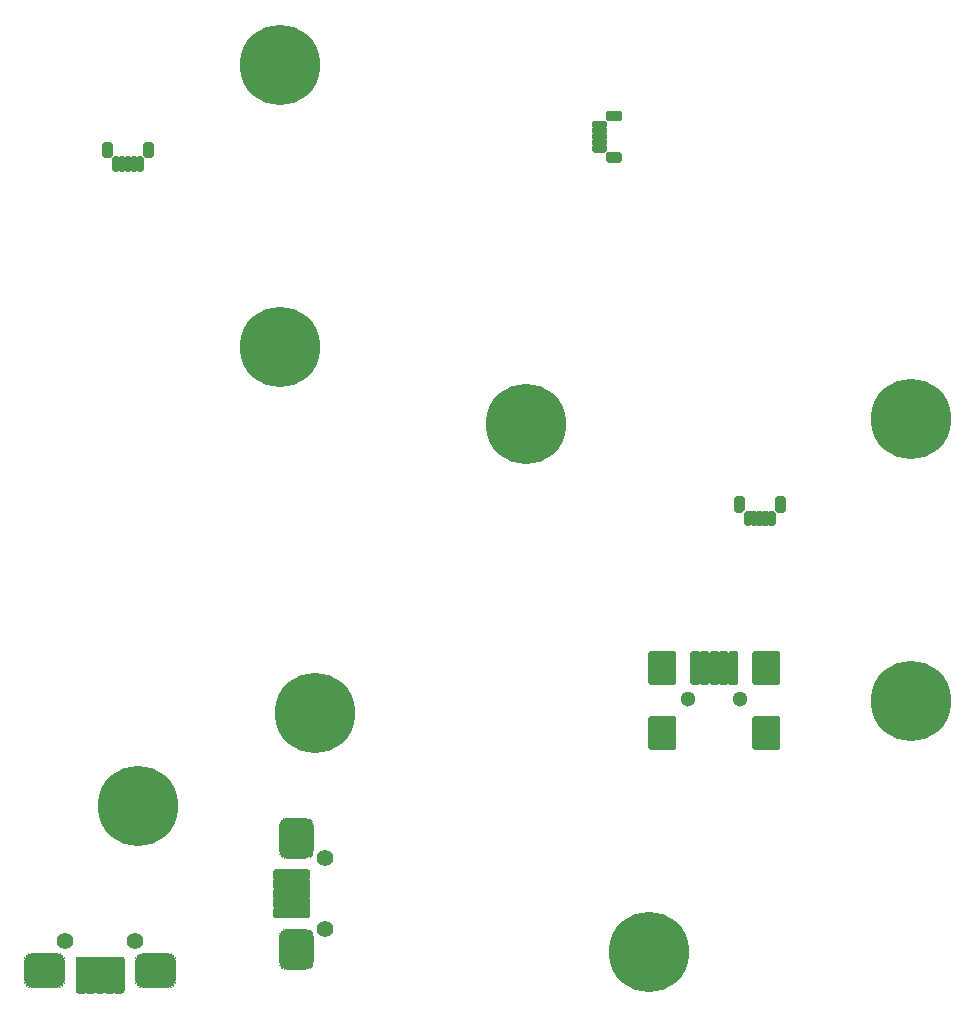
<source format=gbr>
%TF.GenerationSoftware,KiCad,Pcbnew,(5.1.10)-1*%
%TF.CreationDate,2021-10-19T18:18:53+02:00*%
%TF.ProjectId,hard_cam_usb_production,68617264-5f63-4616-9d5f-7573625f7072,rev?*%
%TF.SameCoordinates,Original*%
%TF.FileFunction,Soldermask,Top*%
%TF.FilePolarity,Negative*%
%FSLAX46Y46*%
G04 Gerber Fmt 4.6, Leading zero omitted, Abs format (unit mm)*
G04 Created by KiCad (PCBNEW (5.1.10)-1) date 2021-10-19 18:18:54*
%MOMM*%
%LPD*%
G01*
G04 APERTURE LIST*
%ADD10C,1.400000*%
%ADD11C,1.300000*%
%ADD12C,1.200000*%
%ADD13C,6.800000*%
%ADD14C,0.100000*%
G04 APERTURE END LIST*
%TO.C,J6*%
G36*
G01*
X167325000Y-226237500D02*
X167325000Y-223562500D01*
G75*
G02*
X167562500Y-223325000I237500J0D01*
G01*
X168037500Y-223325000D01*
G75*
G02*
X168275000Y-223562500I0J-237500D01*
G01*
X168275000Y-226237500D01*
G75*
G02*
X168037500Y-226475000I-237500J0D01*
G01*
X167562500Y-226475000D01*
G75*
G02*
X167325000Y-226237500I0J237500D01*
G01*
G37*
G36*
G01*
X168125000Y-226237500D02*
X168125000Y-223562500D01*
G75*
G02*
X168362500Y-223325000I237500J0D01*
G01*
X168837500Y-223325000D01*
G75*
G02*
X169075000Y-223562500I0J-237500D01*
G01*
X169075000Y-226237500D01*
G75*
G02*
X168837500Y-226475000I-237500J0D01*
G01*
X168362500Y-226475000D01*
G75*
G02*
X168125000Y-226237500I0J237500D01*
G01*
G37*
G36*
G01*
X168925000Y-226237500D02*
X168925000Y-223562500D01*
G75*
G02*
X169162500Y-223325000I237500J0D01*
G01*
X169637500Y-223325000D01*
G75*
G02*
X169875000Y-223562500I0J-237500D01*
G01*
X169875000Y-226237500D01*
G75*
G02*
X169637500Y-226475000I-237500J0D01*
G01*
X169162500Y-226475000D01*
G75*
G02*
X168925000Y-226237500I0J237500D01*
G01*
G37*
G36*
G01*
X169725000Y-226237500D02*
X169725000Y-223562500D01*
G75*
G02*
X169962500Y-223325000I237500J0D01*
G01*
X170437500Y-223325000D01*
G75*
G02*
X170675000Y-223562500I0J-237500D01*
G01*
X170675000Y-226237500D01*
G75*
G02*
X170437500Y-226475000I-237500J0D01*
G01*
X169962500Y-226475000D01*
G75*
G02*
X169725000Y-226237500I0J237500D01*
G01*
G37*
G36*
G01*
X170525000Y-226237500D02*
X170525000Y-223562500D01*
G75*
G02*
X170762500Y-223325000I237500J0D01*
G01*
X171237500Y-223325000D01*
G75*
G02*
X171475000Y-223562500I0J-237500D01*
G01*
X171475000Y-226237500D01*
G75*
G02*
X171237500Y-226475000I-237500J0D01*
G01*
X170762500Y-226475000D01*
G75*
G02*
X170525000Y-226237500I0J237500D01*
G01*
G37*
G36*
G01*
X172350000Y-225250000D02*
X172350000Y-223750000D01*
G75*
G02*
X173100000Y-223000000I750000J0D01*
G01*
X175100000Y-223000000D01*
G75*
G02*
X175850000Y-223750000I0J-750000D01*
G01*
X175850000Y-225250000D01*
G75*
G02*
X175100000Y-226000000I-750000J0D01*
G01*
X173100000Y-226000000D01*
G75*
G02*
X172350000Y-225250000I0J750000D01*
G01*
G37*
G36*
G01*
X162950000Y-225250000D02*
X162950000Y-223750000D01*
G75*
G02*
X163700000Y-223000000I750000J0D01*
G01*
X165700000Y-223000000D01*
G75*
G02*
X166450000Y-223750000I0J-750000D01*
G01*
X166450000Y-225250000D01*
G75*
G02*
X165700000Y-226000000I-750000J0D01*
G01*
X163700000Y-226000000D01*
G75*
G02*
X162950000Y-225250000I0J750000D01*
G01*
G37*
D10*
X172400000Y-222050000D03*
X166400000Y-222050000D03*
%TD*%
D11*
%TO.C,J2*%
X223600000Y-201500000D03*
X219200000Y-201500000D03*
G36*
G01*
X222550000Y-200150000D02*
X222550000Y-197650000D01*
G75*
G02*
X222750000Y-197450000I200000J0D01*
G01*
X223250000Y-197450000D01*
G75*
G02*
X223450000Y-197650000I0J-200000D01*
G01*
X223450000Y-200150000D01*
G75*
G02*
X223250000Y-200350000I-200000J0D01*
G01*
X222750000Y-200350000D01*
G75*
G02*
X222550000Y-200150000I0J200000D01*
G01*
G37*
G36*
G01*
X221750000Y-200150000D02*
X221750000Y-197650000D01*
G75*
G02*
X221950000Y-197450000I200000J0D01*
G01*
X222450000Y-197450000D01*
G75*
G02*
X222650000Y-197650000I0J-200000D01*
G01*
X222650000Y-200150000D01*
G75*
G02*
X222450000Y-200350000I-200000J0D01*
G01*
X221950000Y-200350000D01*
G75*
G02*
X221750000Y-200150000I0J200000D01*
G01*
G37*
G36*
G01*
X220950000Y-200150000D02*
X220950000Y-197650000D01*
G75*
G02*
X221150000Y-197450000I200000J0D01*
G01*
X221650000Y-197450000D01*
G75*
G02*
X221850000Y-197650000I0J-200000D01*
G01*
X221850000Y-200150000D01*
G75*
G02*
X221650000Y-200350000I-200000J0D01*
G01*
X221150000Y-200350000D01*
G75*
G02*
X220950000Y-200150000I0J200000D01*
G01*
G37*
G36*
G01*
X220150000Y-200150000D02*
X220150000Y-197650000D01*
G75*
G02*
X220350000Y-197450000I200000J0D01*
G01*
X220850000Y-197450000D01*
G75*
G02*
X221050000Y-197650000I0J-200000D01*
G01*
X221050000Y-200150000D01*
G75*
G02*
X220850000Y-200350000I-200000J0D01*
G01*
X220350000Y-200350000D01*
G75*
G02*
X220150000Y-200150000I0J200000D01*
G01*
G37*
G36*
G01*
X219350000Y-200150000D02*
X219350000Y-197650000D01*
G75*
G02*
X219550000Y-197450000I200000J0D01*
G01*
X220050000Y-197450000D01*
G75*
G02*
X220250000Y-197650000I0J-200000D01*
G01*
X220250000Y-200150000D01*
G75*
G02*
X220050000Y-200350000I-200000J0D01*
G01*
X219550000Y-200350000D01*
G75*
G02*
X219350000Y-200150000I0J200000D01*
G01*
G37*
G36*
G01*
X224600000Y-200150000D02*
X224600000Y-197650000D01*
G75*
G02*
X224800000Y-197450000I200000J0D01*
G01*
X226800000Y-197450000D01*
G75*
G02*
X227000000Y-197650000I0J-200000D01*
G01*
X227000000Y-200150000D01*
G75*
G02*
X226800000Y-200350000I-200000J0D01*
G01*
X224800000Y-200350000D01*
G75*
G02*
X224600000Y-200150000I0J200000D01*
G01*
G37*
G36*
G01*
X215800000Y-200150000D02*
X215800000Y-197650000D01*
G75*
G02*
X216000000Y-197450000I200000J0D01*
G01*
X218000000Y-197450000D01*
G75*
G02*
X218200000Y-197650000I0J-200000D01*
G01*
X218200000Y-200150000D01*
G75*
G02*
X218000000Y-200350000I-200000J0D01*
G01*
X216000000Y-200350000D01*
G75*
G02*
X215800000Y-200150000I0J200000D01*
G01*
G37*
G36*
G01*
X224600000Y-205650000D02*
X224600000Y-203150000D01*
G75*
G02*
X224800000Y-202950000I200000J0D01*
G01*
X226800000Y-202950000D01*
G75*
G02*
X227000000Y-203150000I0J-200000D01*
G01*
X227000000Y-205650000D01*
G75*
G02*
X226800000Y-205850000I-200000J0D01*
G01*
X224800000Y-205850000D01*
G75*
G02*
X224600000Y-205650000I0J200000D01*
G01*
G37*
G36*
G01*
X215800000Y-205650000D02*
X215800000Y-203150000D01*
G75*
G02*
X216000000Y-202950000I200000J0D01*
G01*
X218000000Y-202950000D01*
G75*
G02*
X218200000Y-203150000I0J-200000D01*
G01*
X218200000Y-205650000D01*
G75*
G02*
X218000000Y-205850000I-200000J0D01*
G01*
X216000000Y-205850000D01*
G75*
G02*
X215800000Y-205650000I0J200000D01*
G01*
G37*
%TD*%
%TO.C,J1*%
G36*
G01*
X223986500Y-184533500D02*
X223986500Y-185533500D01*
G75*
G02*
X223786500Y-185733500I-200000J0D01*
G01*
X223266500Y-185733500D01*
G75*
G02*
X223066500Y-185533500I0J200000D01*
G01*
X223066500Y-184533500D01*
G75*
G02*
X223266500Y-184333500I200000J0D01*
G01*
X223786500Y-184333500D01*
G75*
G02*
X223986500Y-184533500I0J-200000D01*
G01*
G37*
G36*
G01*
X227466500Y-184533500D02*
X227466500Y-185533500D01*
G75*
G02*
X227266500Y-185733500I-200000J0D01*
G01*
X226746500Y-185733500D01*
G75*
G02*
X226546500Y-185533500I0J200000D01*
G01*
X226546500Y-184533500D01*
G75*
G02*
X226746500Y-184333500I200000J0D01*
G01*
X227266500Y-184333500D01*
G75*
G02*
X227466500Y-184533500I0J-200000D01*
G01*
G37*
G36*
G01*
X224616500Y-185783500D02*
X224616500Y-186683500D01*
G75*
G02*
X224416500Y-186883500I-200000J0D01*
G01*
X224116500Y-186883500D01*
G75*
G02*
X223916500Y-186683500I0J200000D01*
G01*
X223916500Y-185783500D01*
G75*
G02*
X224116500Y-185583500I200000J0D01*
G01*
X224416500Y-185583500D01*
G75*
G02*
X224616500Y-185783500I0J-200000D01*
G01*
G37*
G36*
G01*
X225116500Y-185783500D02*
X225116500Y-186683500D01*
G75*
G02*
X224916500Y-186883500I-200000J0D01*
G01*
X224616500Y-186883500D01*
G75*
G02*
X224416500Y-186683500I0J200000D01*
G01*
X224416500Y-185783500D01*
G75*
G02*
X224616500Y-185583500I200000J0D01*
G01*
X224916500Y-185583500D01*
G75*
G02*
X225116500Y-185783500I0J-200000D01*
G01*
G37*
G36*
G01*
X225616500Y-185783500D02*
X225616500Y-186683500D01*
G75*
G02*
X225416500Y-186883500I-200000J0D01*
G01*
X225116500Y-186883500D01*
G75*
G02*
X224916500Y-186683500I0J200000D01*
G01*
X224916500Y-185783500D01*
G75*
G02*
X225116500Y-185583500I200000J0D01*
G01*
X225416500Y-185583500D01*
G75*
G02*
X225616500Y-185783500I0J-200000D01*
G01*
G37*
G36*
G01*
X226116500Y-185783500D02*
X226116500Y-186683500D01*
G75*
G02*
X225916500Y-186883500I-200000J0D01*
G01*
X225616500Y-186883500D01*
G75*
G02*
X225416500Y-186683500I0J200000D01*
G01*
X225416500Y-185783500D01*
G75*
G02*
X225616500Y-185583500I200000J0D01*
G01*
X225916500Y-185583500D01*
G75*
G02*
X226116500Y-185783500I0J-200000D01*
G01*
G37*
G36*
G01*
X226616500Y-185783500D02*
X226616500Y-186683500D01*
G75*
G02*
X226416500Y-186883500I-200000J0D01*
G01*
X226116500Y-186883500D01*
G75*
G02*
X225916500Y-186683500I0J200000D01*
G01*
X225916500Y-185783500D01*
G75*
G02*
X226116500Y-185583500I200000J0D01*
G01*
X226416500Y-185583500D01*
G75*
G02*
X226616500Y-185783500I0J-200000D01*
G01*
G37*
%TD*%
D12*
%TO.C,H1*%
X239797056Y-176102944D03*
X238100000Y-175400000D03*
X236402944Y-176102944D03*
X235700000Y-177800000D03*
X236402944Y-179497056D03*
X238100000Y-180200000D03*
X239797056Y-179497056D03*
X240500000Y-177800000D03*
D13*
X238100000Y-177800000D03*
%TD*%
%TO.C,H2*%
X238100000Y-201700000D03*
D12*
X240500000Y-201700000D03*
X239797056Y-203397056D03*
X238100000Y-204100000D03*
X236402944Y-203397056D03*
X235700000Y-201700000D03*
X236402944Y-200002944D03*
X238100000Y-199300000D03*
X239797056Y-200002944D03*
%TD*%
%TO.C,J4*%
G36*
G01*
X184280500Y-215931000D02*
X186955500Y-215931000D01*
G75*
G02*
X187193000Y-216168500I0J-237500D01*
G01*
X187193000Y-216643500D01*
G75*
G02*
X186955500Y-216881000I-237500J0D01*
G01*
X184280500Y-216881000D01*
G75*
G02*
X184043000Y-216643500I0J237500D01*
G01*
X184043000Y-216168500D01*
G75*
G02*
X184280500Y-215931000I237500J0D01*
G01*
G37*
G36*
G01*
X184280500Y-216731000D02*
X186955500Y-216731000D01*
G75*
G02*
X187193000Y-216968500I0J-237500D01*
G01*
X187193000Y-217443500D01*
G75*
G02*
X186955500Y-217681000I-237500J0D01*
G01*
X184280500Y-217681000D01*
G75*
G02*
X184043000Y-217443500I0J237500D01*
G01*
X184043000Y-216968500D01*
G75*
G02*
X184280500Y-216731000I237500J0D01*
G01*
G37*
G36*
G01*
X184280500Y-217531000D02*
X186955500Y-217531000D01*
G75*
G02*
X187193000Y-217768500I0J-237500D01*
G01*
X187193000Y-218243500D01*
G75*
G02*
X186955500Y-218481000I-237500J0D01*
G01*
X184280500Y-218481000D01*
G75*
G02*
X184043000Y-218243500I0J237500D01*
G01*
X184043000Y-217768500D01*
G75*
G02*
X184280500Y-217531000I237500J0D01*
G01*
G37*
G36*
G01*
X184280500Y-218331000D02*
X186955500Y-218331000D01*
G75*
G02*
X187193000Y-218568500I0J-237500D01*
G01*
X187193000Y-219043500D01*
G75*
G02*
X186955500Y-219281000I-237500J0D01*
G01*
X184280500Y-219281000D01*
G75*
G02*
X184043000Y-219043500I0J237500D01*
G01*
X184043000Y-218568500D01*
G75*
G02*
X184280500Y-218331000I237500J0D01*
G01*
G37*
G36*
G01*
X184280500Y-219131000D02*
X186955500Y-219131000D01*
G75*
G02*
X187193000Y-219368500I0J-237500D01*
G01*
X187193000Y-219843500D01*
G75*
G02*
X186955500Y-220081000I-237500J0D01*
G01*
X184280500Y-220081000D01*
G75*
G02*
X184043000Y-219843500I0J237500D01*
G01*
X184043000Y-219368500D01*
G75*
G02*
X184280500Y-219131000I237500J0D01*
G01*
G37*
G36*
G01*
X185268000Y-220956000D02*
X186768000Y-220956000D01*
G75*
G02*
X187518000Y-221706000I0J-750000D01*
G01*
X187518000Y-223706000D01*
G75*
G02*
X186768000Y-224456000I-750000J0D01*
G01*
X185268000Y-224456000D01*
G75*
G02*
X184518000Y-223706000I0J750000D01*
G01*
X184518000Y-221706000D01*
G75*
G02*
X185268000Y-220956000I750000J0D01*
G01*
G37*
G36*
G01*
X185268000Y-211556000D02*
X186768000Y-211556000D01*
G75*
G02*
X187518000Y-212306000I0J-750000D01*
G01*
X187518000Y-214306000D01*
G75*
G02*
X186768000Y-215056000I-750000J0D01*
G01*
X185268000Y-215056000D01*
G75*
G02*
X184518000Y-214306000I0J750000D01*
G01*
X184518000Y-212306000D01*
G75*
G02*
X185268000Y-211556000I750000J0D01*
G01*
G37*
D10*
X188468000Y-221006000D03*
X188468000Y-215006000D03*
%TD*%
D12*
%TO.C,H5*%
X207197056Y-179897056D03*
X207900000Y-178200000D03*
X207197056Y-176502944D03*
X205500000Y-175800000D03*
X203802944Y-176502944D03*
X203100000Y-178200000D03*
X203802944Y-179897056D03*
X205500000Y-180600000D03*
D13*
X205500000Y-178200000D03*
%TD*%
%TO.C,J3*%
G36*
G01*
X212150000Y-155250000D02*
X211250000Y-155250000D01*
G75*
G02*
X211050000Y-155050000I0J200000D01*
G01*
X211050000Y-154750000D01*
G75*
G02*
X211250000Y-154550000I200000J0D01*
G01*
X212150000Y-154550000D01*
G75*
G02*
X212350000Y-154750000I0J-200000D01*
G01*
X212350000Y-155050000D01*
G75*
G02*
X212150000Y-155250000I-200000J0D01*
G01*
G37*
G36*
G01*
X212150000Y-154750000D02*
X211250000Y-154750000D01*
G75*
G02*
X211050000Y-154550000I0J200000D01*
G01*
X211050000Y-154250000D01*
G75*
G02*
X211250000Y-154050000I200000J0D01*
G01*
X212150000Y-154050000D01*
G75*
G02*
X212350000Y-154250000I0J-200000D01*
G01*
X212350000Y-154550000D01*
G75*
G02*
X212150000Y-154750000I-200000J0D01*
G01*
G37*
G36*
G01*
X212150000Y-154250000D02*
X211250000Y-154250000D01*
G75*
G02*
X211050000Y-154050000I0J200000D01*
G01*
X211050000Y-153750000D01*
G75*
G02*
X211250000Y-153550000I200000J0D01*
G01*
X212150000Y-153550000D01*
G75*
G02*
X212350000Y-153750000I0J-200000D01*
G01*
X212350000Y-154050000D01*
G75*
G02*
X212150000Y-154250000I-200000J0D01*
G01*
G37*
G36*
G01*
X212150000Y-153750000D02*
X211250000Y-153750000D01*
G75*
G02*
X211050000Y-153550000I0J200000D01*
G01*
X211050000Y-153250000D01*
G75*
G02*
X211250000Y-153050000I200000J0D01*
G01*
X212150000Y-153050000D01*
G75*
G02*
X212350000Y-153250000I0J-200000D01*
G01*
X212350000Y-153550000D01*
G75*
G02*
X212150000Y-153750000I-200000J0D01*
G01*
G37*
G36*
G01*
X212150000Y-153250000D02*
X211250000Y-153250000D01*
G75*
G02*
X211050000Y-153050000I0J200000D01*
G01*
X211050000Y-152750000D01*
G75*
G02*
X211250000Y-152550000I200000J0D01*
G01*
X212150000Y-152550000D01*
G75*
G02*
X212350000Y-152750000I0J-200000D01*
G01*
X212350000Y-153050000D01*
G75*
G02*
X212150000Y-153250000I-200000J0D01*
G01*
G37*
G36*
G01*
X213400000Y-156100000D02*
X212400000Y-156100000D01*
G75*
G02*
X212200000Y-155900000I0J200000D01*
G01*
X212200000Y-155380000D01*
G75*
G02*
X212400000Y-155180000I200000J0D01*
G01*
X213400000Y-155180000D01*
G75*
G02*
X213600000Y-155380000I0J-200000D01*
G01*
X213600000Y-155900000D01*
G75*
G02*
X213400000Y-156100000I-200000J0D01*
G01*
G37*
G36*
G01*
X213400000Y-152620000D02*
X212400000Y-152620000D01*
G75*
G02*
X212200000Y-152420000I0J200000D01*
G01*
X212200000Y-151900000D01*
G75*
G02*
X212400000Y-151700000I200000J0D01*
G01*
X213400000Y-151700000D01*
G75*
G02*
X213600000Y-151900000I0J-200000D01*
G01*
X213600000Y-152420000D01*
G75*
G02*
X213400000Y-152620000I-200000J0D01*
G01*
G37*
%TD*%
D12*
%TO.C,H6*%
X217597056Y-224597056D03*
X218300000Y-222900000D03*
X217597056Y-221202944D03*
X215900000Y-220500000D03*
X214202944Y-221202944D03*
X213500000Y-222900000D03*
X214202944Y-224597056D03*
X215900000Y-225300000D03*
D13*
X215900000Y-222900000D03*
%TD*%
%TO.C,H8*%
X187600000Y-202700000D03*
D12*
X187600000Y-205100000D03*
X185902944Y-204397056D03*
X185200000Y-202700000D03*
X185902944Y-201002944D03*
X187600000Y-200300000D03*
X189297056Y-201002944D03*
X190000000Y-202700000D03*
X189297056Y-204397056D03*
%TD*%
D13*
%TO.C,H4*%
X184600000Y-171700000D03*
D12*
X187000000Y-171700000D03*
X186297056Y-173397056D03*
X184600000Y-174100000D03*
X182902944Y-173397056D03*
X182200000Y-171700000D03*
X182902944Y-170002944D03*
X184600000Y-169300000D03*
X186297056Y-170002944D03*
%TD*%
%TO.C,J5*%
G36*
G01*
X170486500Y-154533500D02*
X170486500Y-155533500D01*
G75*
G02*
X170286500Y-155733500I-200000J0D01*
G01*
X169766500Y-155733500D01*
G75*
G02*
X169566500Y-155533500I0J200000D01*
G01*
X169566500Y-154533500D01*
G75*
G02*
X169766500Y-154333500I200000J0D01*
G01*
X170286500Y-154333500D01*
G75*
G02*
X170486500Y-154533500I0J-200000D01*
G01*
G37*
G36*
G01*
X173966500Y-154533500D02*
X173966500Y-155533500D01*
G75*
G02*
X173766500Y-155733500I-200000J0D01*
G01*
X173246500Y-155733500D01*
G75*
G02*
X173046500Y-155533500I0J200000D01*
G01*
X173046500Y-154533500D01*
G75*
G02*
X173246500Y-154333500I200000J0D01*
G01*
X173766500Y-154333500D01*
G75*
G02*
X173966500Y-154533500I0J-200000D01*
G01*
G37*
G36*
G01*
X171116500Y-155783500D02*
X171116500Y-156683500D01*
G75*
G02*
X170916500Y-156883500I-200000J0D01*
G01*
X170616500Y-156883500D01*
G75*
G02*
X170416500Y-156683500I0J200000D01*
G01*
X170416500Y-155783500D01*
G75*
G02*
X170616500Y-155583500I200000J0D01*
G01*
X170916500Y-155583500D01*
G75*
G02*
X171116500Y-155783500I0J-200000D01*
G01*
G37*
G36*
G01*
X171616500Y-155783500D02*
X171616500Y-156683500D01*
G75*
G02*
X171416500Y-156883500I-200000J0D01*
G01*
X171116500Y-156883500D01*
G75*
G02*
X170916500Y-156683500I0J200000D01*
G01*
X170916500Y-155783500D01*
G75*
G02*
X171116500Y-155583500I200000J0D01*
G01*
X171416500Y-155583500D01*
G75*
G02*
X171616500Y-155783500I0J-200000D01*
G01*
G37*
G36*
G01*
X172116500Y-155783500D02*
X172116500Y-156683500D01*
G75*
G02*
X171916500Y-156883500I-200000J0D01*
G01*
X171616500Y-156883500D01*
G75*
G02*
X171416500Y-156683500I0J200000D01*
G01*
X171416500Y-155783500D01*
G75*
G02*
X171616500Y-155583500I200000J0D01*
G01*
X171916500Y-155583500D01*
G75*
G02*
X172116500Y-155783500I0J-200000D01*
G01*
G37*
G36*
G01*
X172616500Y-155783500D02*
X172616500Y-156683500D01*
G75*
G02*
X172416500Y-156883500I-200000J0D01*
G01*
X172116500Y-156883500D01*
G75*
G02*
X171916500Y-156683500I0J200000D01*
G01*
X171916500Y-155783500D01*
G75*
G02*
X172116500Y-155583500I200000J0D01*
G01*
X172416500Y-155583500D01*
G75*
G02*
X172616500Y-155783500I0J-200000D01*
G01*
G37*
G36*
G01*
X173116500Y-155783500D02*
X173116500Y-156683500D01*
G75*
G02*
X172916500Y-156883500I-200000J0D01*
G01*
X172616500Y-156883500D01*
G75*
G02*
X172416500Y-156683500I0J200000D01*
G01*
X172416500Y-155783500D01*
G75*
G02*
X172616500Y-155583500I200000J0D01*
G01*
X172916500Y-155583500D01*
G75*
G02*
X173116500Y-155783500I0J-200000D01*
G01*
G37*
%TD*%
D13*
%TO.C,H3*%
X184600000Y-147800000D03*
D12*
X187000000Y-147800000D03*
X186297056Y-149497056D03*
X184600000Y-150200000D03*
X182902944Y-149497056D03*
X182200000Y-147800000D03*
X182902944Y-146102944D03*
X184600000Y-145400000D03*
X186297056Y-146102944D03*
%TD*%
D13*
%TO.C,H7*%
X172600000Y-210600000D03*
D12*
X175000000Y-210600000D03*
X174297056Y-212297056D03*
X172600000Y-213000000D03*
X170902944Y-212297056D03*
X170200000Y-210600000D03*
X170902944Y-208902944D03*
X172600000Y-208200000D03*
X174297056Y-208902944D03*
%TD*%
D14*
G36*
X175851165Y-225248374D02*
G01*
X175852000Y-225250000D01*
X175852000Y-225295092D01*
X175851990Y-225295288D01*
X175838065Y-225436663D01*
X175837989Y-225437048D01*
X175798183Y-225568275D01*
X175798033Y-225568637D01*
X175733391Y-225689573D01*
X175733173Y-225689899D01*
X175646179Y-225795902D01*
X175645902Y-225796179D01*
X175539899Y-225883173D01*
X175539573Y-225883391D01*
X175418637Y-225948033D01*
X175418275Y-225948183D01*
X175287048Y-225987989D01*
X175286663Y-225988065D01*
X175145288Y-226001990D01*
X175145092Y-226002000D01*
X175100000Y-226002000D01*
X175098268Y-226001000D01*
X175098268Y-225999000D01*
X175099804Y-225998010D01*
X175245923Y-225983619D01*
X175386244Y-225941053D01*
X175515562Y-225871931D01*
X175628909Y-225778909D01*
X175721931Y-225665562D01*
X175791053Y-225536244D01*
X175833619Y-225395923D01*
X175848010Y-225249804D01*
X175849175Y-225248178D01*
X175851165Y-225248374D01*
G37*
G36*
X166451165Y-225248374D02*
G01*
X166452000Y-225250000D01*
X166452000Y-225295092D01*
X166451990Y-225295288D01*
X166438065Y-225436663D01*
X166437989Y-225437048D01*
X166398183Y-225568275D01*
X166398033Y-225568637D01*
X166333391Y-225689573D01*
X166333173Y-225689899D01*
X166246179Y-225795902D01*
X166245902Y-225796179D01*
X166139899Y-225883173D01*
X166139573Y-225883391D01*
X166018637Y-225948033D01*
X166018275Y-225948183D01*
X165887048Y-225987989D01*
X165886663Y-225988065D01*
X165745288Y-226001990D01*
X165745092Y-226002000D01*
X165700000Y-226002000D01*
X165698268Y-226001000D01*
X165698268Y-225999000D01*
X165699804Y-225998010D01*
X165845923Y-225983619D01*
X165986244Y-225941053D01*
X166115562Y-225871931D01*
X166228909Y-225778909D01*
X166321931Y-225665562D01*
X166391053Y-225536244D01*
X166433619Y-225395923D01*
X166448010Y-225249804D01*
X166449175Y-225248178D01*
X166451165Y-225248374D01*
G37*
G36*
X162951990Y-225249804D02*
G01*
X162966381Y-225395923D01*
X163008947Y-225536244D01*
X163078069Y-225665562D01*
X163171091Y-225778909D01*
X163284438Y-225871931D01*
X163413756Y-225941053D01*
X163554077Y-225983619D01*
X163700196Y-225998010D01*
X163701822Y-225999175D01*
X163701626Y-226001165D01*
X163700000Y-226002000D01*
X163654908Y-226002000D01*
X163654712Y-226001990D01*
X163513337Y-225988065D01*
X163512952Y-225987989D01*
X163381725Y-225948183D01*
X163381363Y-225948033D01*
X163260427Y-225883391D01*
X163260101Y-225883173D01*
X163154098Y-225796179D01*
X163153821Y-225795902D01*
X163066827Y-225689899D01*
X163066609Y-225689573D01*
X163001967Y-225568637D01*
X163001817Y-225568275D01*
X162962011Y-225437048D01*
X162961935Y-225436663D01*
X162948010Y-225295288D01*
X162948000Y-225295092D01*
X162948000Y-225250000D01*
X162949000Y-225248268D01*
X162951000Y-225248268D01*
X162951990Y-225249804D01*
G37*
G36*
X172351990Y-225249804D02*
G01*
X172366381Y-225395923D01*
X172408947Y-225536244D01*
X172478069Y-225665562D01*
X172571091Y-225778909D01*
X172684438Y-225871931D01*
X172813756Y-225941053D01*
X172954077Y-225983619D01*
X173100196Y-225998010D01*
X173101822Y-225999175D01*
X173101626Y-226001165D01*
X173100000Y-226002000D01*
X173054908Y-226002000D01*
X173054712Y-226001990D01*
X172913337Y-225988065D01*
X172912952Y-225987989D01*
X172781725Y-225948183D01*
X172781363Y-225948033D01*
X172660427Y-225883391D01*
X172660101Y-225883173D01*
X172554098Y-225796179D01*
X172553821Y-225795902D01*
X172466827Y-225689899D01*
X172466609Y-225689573D01*
X172401967Y-225568637D01*
X172401817Y-225568275D01*
X172362011Y-225437048D01*
X172361935Y-225436663D01*
X172348010Y-225295288D01*
X172348000Y-225295092D01*
X172348000Y-225250000D01*
X172349000Y-225248268D01*
X172351000Y-225248268D01*
X172351990Y-225249804D01*
G37*
G36*
X187519165Y-223704374D02*
G01*
X187520000Y-223706000D01*
X187520000Y-223751092D01*
X187519990Y-223751288D01*
X187506065Y-223892663D01*
X187505989Y-223893048D01*
X187466183Y-224024275D01*
X187466033Y-224024637D01*
X187401391Y-224145573D01*
X187401173Y-224145899D01*
X187314179Y-224251902D01*
X187313902Y-224252179D01*
X187207899Y-224339173D01*
X187207573Y-224339391D01*
X187086637Y-224404033D01*
X187086275Y-224404183D01*
X186955048Y-224443989D01*
X186954663Y-224444065D01*
X186813288Y-224457990D01*
X186813092Y-224458000D01*
X186768000Y-224458000D01*
X186766268Y-224457000D01*
X186766268Y-224455000D01*
X186767804Y-224454010D01*
X186913923Y-224439619D01*
X187054244Y-224397053D01*
X187183562Y-224327931D01*
X187296909Y-224234909D01*
X187389931Y-224121562D01*
X187459053Y-223992244D01*
X187501619Y-223851923D01*
X187516010Y-223705804D01*
X187517175Y-223704178D01*
X187519165Y-223704374D01*
G37*
G36*
X184519990Y-223705804D02*
G01*
X184534381Y-223851923D01*
X184576947Y-223992244D01*
X184646069Y-224121562D01*
X184739091Y-224234909D01*
X184852438Y-224327931D01*
X184981756Y-224397053D01*
X185122077Y-224439619D01*
X185268196Y-224454010D01*
X185269822Y-224455175D01*
X185269626Y-224457165D01*
X185268000Y-224458000D01*
X185222908Y-224458000D01*
X185222712Y-224457990D01*
X185081337Y-224444065D01*
X185080952Y-224443989D01*
X184949725Y-224404183D01*
X184949363Y-224404033D01*
X184828427Y-224339391D01*
X184828101Y-224339173D01*
X184722098Y-224252179D01*
X184721821Y-224251902D01*
X184634827Y-224145899D01*
X184634609Y-224145573D01*
X184569967Y-224024637D01*
X184569817Y-224024275D01*
X184530011Y-223893048D01*
X184529935Y-223892663D01*
X184516010Y-223751288D01*
X184516000Y-223751092D01*
X184516000Y-223706000D01*
X184517000Y-223704268D01*
X184519000Y-223704268D01*
X184519990Y-223705804D01*
G37*
G36*
X173101732Y-222999000D02*
G01*
X173101732Y-223001000D01*
X173100196Y-223001990D01*
X172954077Y-223016381D01*
X172813756Y-223058947D01*
X172684438Y-223128069D01*
X172571091Y-223221091D01*
X172478069Y-223334438D01*
X172408947Y-223463756D01*
X172366381Y-223604077D01*
X172351990Y-223750196D01*
X172350825Y-223751822D01*
X172348835Y-223751626D01*
X172348000Y-223750000D01*
X172348000Y-223704908D01*
X172348010Y-223704712D01*
X172361935Y-223563337D01*
X172362011Y-223562952D01*
X172401817Y-223431725D01*
X172401967Y-223431363D01*
X172466609Y-223310427D01*
X172466827Y-223310101D01*
X172553821Y-223204098D01*
X172554098Y-223203821D01*
X172660101Y-223116827D01*
X172660427Y-223116609D01*
X172781363Y-223051967D01*
X172781725Y-223051817D01*
X172912952Y-223012011D01*
X172913337Y-223011935D01*
X173054712Y-222998010D01*
X173054908Y-222998000D01*
X173100000Y-222998000D01*
X173101732Y-222999000D01*
G37*
G36*
X163701732Y-222999000D02*
G01*
X163701732Y-223001000D01*
X163700196Y-223001990D01*
X163554077Y-223016381D01*
X163413756Y-223058947D01*
X163284438Y-223128069D01*
X163171091Y-223221091D01*
X163078069Y-223334438D01*
X163008947Y-223463756D01*
X162966381Y-223604077D01*
X162951990Y-223750196D01*
X162950825Y-223751822D01*
X162948835Y-223751626D01*
X162948000Y-223750000D01*
X162948000Y-223704908D01*
X162948010Y-223704712D01*
X162961935Y-223563337D01*
X162962011Y-223562952D01*
X163001817Y-223431725D01*
X163001967Y-223431363D01*
X163066609Y-223310427D01*
X163066827Y-223310101D01*
X163153821Y-223204098D01*
X163154098Y-223203821D01*
X163260101Y-223116827D01*
X163260427Y-223116609D01*
X163381363Y-223051967D01*
X163381725Y-223051817D01*
X163512952Y-223012011D01*
X163513337Y-223011935D01*
X163654712Y-222998010D01*
X163654908Y-222998000D01*
X163700000Y-222998000D01*
X163701732Y-222999000D01*
G37*
G36*
X175145288Y-222998010D02*
G01*
X175286663Y-223011935D01*
X175287048Y-223012011D01*
X175418275Y-223051817D01*
X175418637Y-223051967D01*
X175539573Y-223116609D01*
X175539899Y-223116827D01*
X175645902Y-223203821D01*
X175646179Y-223204098D01*
X175733173Y-223310101D01*
X175733391Y-223310427D01*
X175798033Y-223431363D01*
X175798183Y-223431725D01*
X175837989Y-223562952D01*
X175838065Y-223563337D01*
X175851990Y-223704712D01*
X175852000Y-223704908D01*
X175852000Y-223750000D01*
X175851000Y-223751732D01*
X175849000Y-223751732D01*
X175848010Y-223750196D01*
X175833619Y-223604077D01*
X175791053Y-223463756D01*
X175721931Y-223334438D01*
X175628909Y-223221091D01*
X175515562Y-223128069D01*
X175386244Y-223058947D01*
X175245923Y-223016381D01*
X175099804Y-223001990D01*
X175098178Y-223000825D01*
X175098374Y-222998835D01*
X175100000Y-222998000D01*
X175145092Y-222998000D01*
X175145288Y-222998010D01*
G37*
G36*
X165745288Y-222998010D02*
G01*
X165886663Y-223011935D01*
X165887048Y-223012011D01*
X166018275Y-223051817D01*
X166018637Y-223051967D01*
X166139573Y-223116609D01*
X166139899Y-223116827D01*
X166245902Y-223203821D01*
X166246179Y-223204098D01*
X166333173Y-223310101D01*
X166333391Y-223310427D01*
X166398033Y-223431363D01*
X166398183Y-223431725D01*
X166437989Y-223562952D01*
X166438065Y-223563337D01*
X166451990Y-223704712D01*
X166452000Y-223704908D01*
X166452000Y-223750000D01*
X166451000Y-223751732D01*
X166449000Y-223751732D01*
X166448010Y-223750196D01*
X166433619Y-223604077D01*
X166391053Y-223463756D01*
X166321931Y-223334438D01*
X166228909Y-223221091D01*
X166115562Y-223128069D01*
X165986244Y-223058947D01*
X165845923Y-223016381D01*
X165699804Y-223001990D01*
X165698178Y-223000825D01*
X165698374Y-222998835D01*
X165700000Y-222998000D01*
X165745092Y-222998000D01*
X165745288Y-222998010D01*
G37*
G36*
X185269732Y-220955000D02*
G01*
X185269732Y-220957000D01*
X185268196Y-220957990D01*
X185122077Y-220972381D01*
X184981756Y-221014947D01*
X184852438Y-221084069D01*
X184739091Y-221177091D01*
X184646069Y-221290438D01*
X184576947Y-221419756D01*
X184534381Y-221560077D01*
X184519990Y-221706196D01*
X184518825Y-221707822D01*
X184516835Y-221707626D01*
X184516000Y-221706000D01*
X184516000Y-221660908D01*
X184516010Y-221660712D01*
X184529935Y-221519337D01*
X184530011Y-221518952D01*
X184569817Y-221387725D01*
X184569967Y-221387363D01*
X184634609Y-221266427D01*
X184634827Y-221266101D01*
X184721821Y-221160098D01*
X184722098Y-221159821D01*
X184828101Y-221072827D01*
X184828427Y-221072609D01*
X184949363Y-221007967D01*
X184949725Y-221007817D01*
X185080952Y-220968011D01*
X185081337Y-220967935D01*
X185222712Y-220954010D01*
X185222908Y-220954000D01*
X185268000Y-220954000D01*
X185269732Y-220955000D01*
G37*
G36*
X186813288Y-220954010D02*
G01*
X186954663Y-220967935D01*
X186955048Y-220968011D01*
X187086275Y-221007817D01*
X187086637Y-221007967D01*
X187207573Y-221072609D01*
X187207899Y-221072827D01*
X187313902Y-221159821D01*
X187314179Y-221160098D01*
X187401173Y-221266101D01*
X187401391Y-221266427D01*
X187466033Y-221387363D01*
X187466183Y-221387725D01*
X187505989Y-221518952D01*
X187506065Y-221519337D01*
X187519990Y-221660712D01*
X187520000Y-221660908D01*
X187520000Y-221706000D01*
X187519000Y-221707732D01*
X187517000Y-221707732D01*
X187516010Y-221706196D01*
X187501619Y-221560077D01*
X187459053Y-221419756D01*
X187389931Y-221290438D01*
X187296909Y-221177091D01*
X187183562Y-221084069D01*
X187054244Y-221014947D01*
X186913923Y-220972381D01*
X186767804Y-220957990D01*
X186766178Y-220956825D01*
X186766374Y-220954835D01*
X186768000Y-220954000D01*
X186813092Y-220954000D01*
X186813288Y-220954010D01*
G37*
G36*
X184519990Y-214305804D02*
G01*
X184534381Y-214451923D01*
X184576947Y-214592244D01*
X184646069Y-214721562D01*
X184739091Y-214834909D01*
X184852438Y-214927931D01*
X184981756Y-214997053D01*
X185122077Y-215039619D01*
X185268196Y-215054010D01*
X185269822Y-215055175D01*
X185269626Y-215057165D01*
X185268000Y-215058000D01*
X185222908Y-215058000D01*
X185222712Y-215057990D01*
X185081337Y-215044065D01*
X185080952Y-215043989D01*
X184949725Y-215004183D01*
X184949363Y-215004033D01*
X184828427Y-214939391D01*
X184828101Y-214939173D01*
X184722098Y-214852179D01*
X184721821Y-214851902D01*
X184634827Y-214745899D01*
X184634609Y-214745573D01*
X184569967Y-214624637D01*
X184569817Y-214624275D01*
X184530011Y-214493048D01*
X184529935Y-214492663D01*
X184516010Y-214351288D01*
X184516000Y-214351092D01*
X184516000Y-214306000D01*
X184517000Y-214304268D01*
X184519000Y-214304268D01*
X184519990Y-214305804D01*
G37*
G36*
X187519165Y-214304374D02*
G01*
X187520000Y-214306000D01*
X187520000Y-214351092D01*
X187519990Y-214351288D01*
X187506065Y-214492663D01*
X187505989Y-214493048D01*
X187466183Y-214624275D01*
X187466033Y-214624637D01*
X187401391Y-214745573D01*
X187401173Y-214745899D01*
X187314179Y-214851902D01*
X187313902Y-214852179D01*
X187207899Y-214939173D01*
X187207573Y-214939391D01*
X187086637Y-215004033D01*
X187086275Y-215004183D01*
X186955048Y-215043989D01*
X186954663Y-215044065D01*
X186813288Y-215057990D01*
X186813092Y-215058000D01*
X186768000Y-215058000D01*
X186766268Y-215057000D01*
X186766268Y-215055000D01*
X186767804Y-215054010D01*
X186913923Y-215039619D01*
X187054244Y-214997053D01*
X187183562Y-214927931D01*
X187296909Y-214834909D01*
X187389931Y-214721562D01*
X187459053Y-214592244D01*
X187501619Y-214451923D01*
X187516010Y-214305804D01*
X187517175Y-214304178D01*
X187519165Y-214304374D01*
G37*
G36*
X185269732Y-211555000D02*
G01*
X185269732Y-211557000D01*
X185268196Y-211557990D01*
X185122077Y-211572381D01*
X184981756Y-211614947D01*
X184852438Y-211684069D01*
X184739091Y-211777091D01*
X184646069Y-211890438D01*
X184576947Y-212019756D01*
X184534381Y-212160077D01*
X184519990Y-212306196D01*
X184518825Y-212307822D01*
X184516835Y-212307626D01*
X184516000Y-212306000D01*
X184516000Y-212260908D01*
X184516010Y-212260712D01*
X184529935Y-212119337D01*
X184530011Y-212118952D01*
X184569817Y-211987725D01*
X184569967Y-211987363D01*
X184634609Y-211866427D01*
X184634827Y-211866101D01*
X184721821Y-211760098D01*
X184722098Y-211759821D01*
X184828101Y-211672827D01*
X184828427Y-211672609D01*
X184949363Y-211607967D01*
X184949725Y-211607817D01*
X185080952Y-211568011D01*
X185081337Y-211567935D01*
X185222712Y-211554010D01*
X185222908Y-211554000D01*
X185268000Y-211554000D01*
X185269732Y-211555000D01*
G37*
G36*
X186813288Y-211554010D02*
G01*
X186954663Y-211567935D01*
X186955048Y-211568011D01*
X187086275Y-211607817D01*
X187086637Y-211607967D01*
X187207573Y-211672609D01*
X187207899Y-211672827D01*
X187313902Y-211759821D01*
X187314179Y-211760098D01*
X187401173Y-211866101D01*
X187401391Y-211866427D01*
X187466033Y-211987363D01*
X187466183Y-211987725D01*
X187505989Y-212118952D01*
X187506065Y-212119337D01*
X187519990Y-212260712D01*
X187520000Y-212260908D01*
X187520000Y-212306000D01*
X187519000Y-212307732D01*
X187517000Y-212307732D01*
X187516010Y-212306196D01*
X187501619Y-212160077D01*
X187459053Y-212019756D01*
X187389931Y-211890438D01*
X187296909Y-211777091D01*
X187183562Y-211684069D01*
X187054244Y-211614947D01*
X186913923Y-211572381D01*
X186767804Y-211557990D01*
X186766178Y-211556825D01*
X186766374Y-211554835D01*
X186768000Y-211554000D01*
X186813092Y-211554000D01*
X186813288Y-211554010D01*
G37*
M02*

</source>
